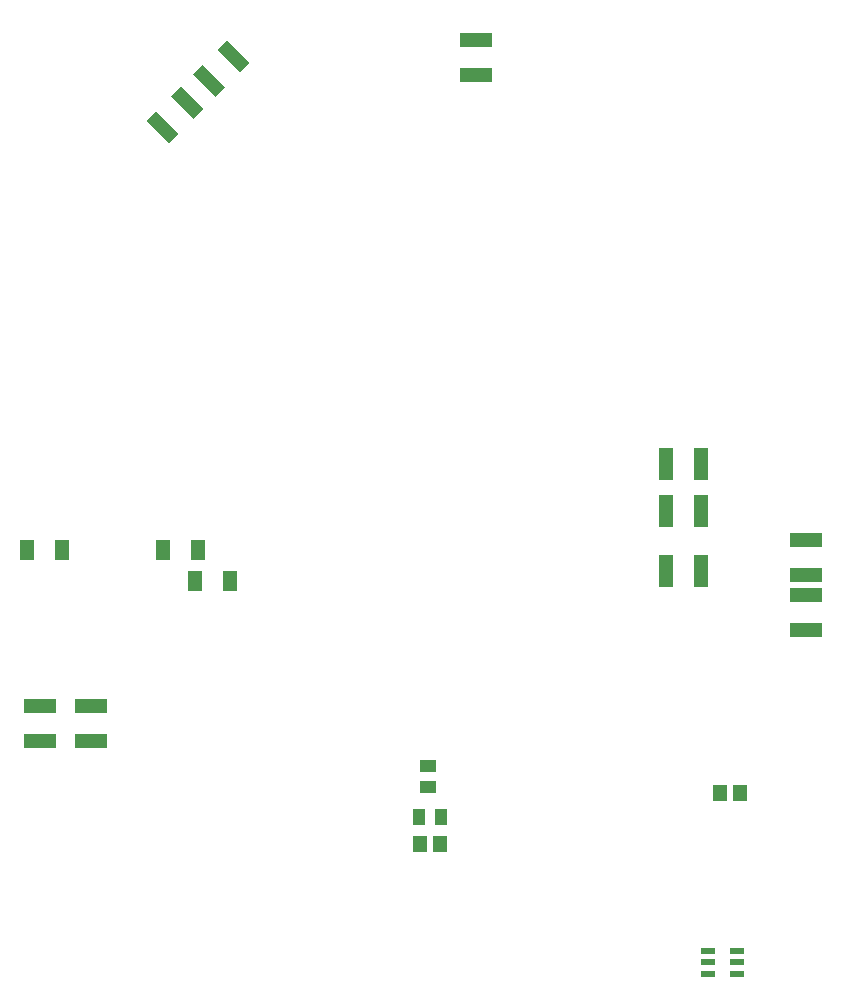
<source format=gbp>
G04 EAGLE Gerber RS-274X export*
G75*
%MOMM*%
%FSLAX34Y34*%
%LPD*%
%INSolderpaste Bottom*%
%IPPOS*%
%AMOC8*
5,1,8,0,0,1.08239X$1,22.5*%
G01*
G04 Define Apertures*
%ADD10R,2.715300X1.164600*%
%ADD11R,1.164600X2.715300*%
%ADD12R,1.260500X0.595000*%
%ADD13R,1.420200X1.031200*%
%ADD14R,1.164600X1.815300*%
%ADD15R,1.164600X1.465300*%
%ADD16R,1.031200X1.420200*%
D10*
X767080Y384324D03*
X767080Y354816D03*
X767080Y401806D03*
X767080Y431314D03*
D11*
X648186Y455930D03*
X677694Y455930D03*
X648186Y405130D03*
X677694Y405130D03*
X648186Y495300D03*
X677694Y495300D03*
D12*
X708241Y83160D03*
X708241Y73660D03*
X708241Y64160D03*
X683679Y64160D03*
X683679Y73660D03*
X683679Y83160D03*
D13*
X447040Y240335D03*
X447040Y221945D03*
D11*
G36*
X275064Y814665D02*
X266829Y806430D01*
X247630Y825629D01*
X255865Y833864D01*
X275064Y814665D01*
G37*
G36*
X295930Y835531D02*
X287695Y827296D01*
X268496Y846495D01*
X276731Y854730D01*
X295930Y835531D01*
G37*
G36*
X229126Y807125D02*
X237361Y815360D01*
X256560Y796161D01*
X248325Y787926D01*
X229126Y807125D01*
G37*
G36*
X208260Y786259D02*
X216495Y794494D01*
X235694Y775295D01*
X227459Y767060D01*
X208260Y786259D01*
G37*
D10*
X487680Y824716D03*
X487680Y854224D03*
X161290Y260836D03*
X161290Y290344D03*
X118110Y260836D03*
X118110Y290344D03*
D14*
X136674Y422910D03*
X107166Y422910D03*
X222736Y422910D03*
X252244Y422910D03*
D15*
X439556Y173990D03*
X457064Y173990D03*
D16*
X457505Y196850D03*
X439115Y196850D03*
D14*
X249406Y396240D03*
X278914Y396240D03*
D15*
X693556Y217170D03*
X711064Y217170D03*
M02*

</source>
